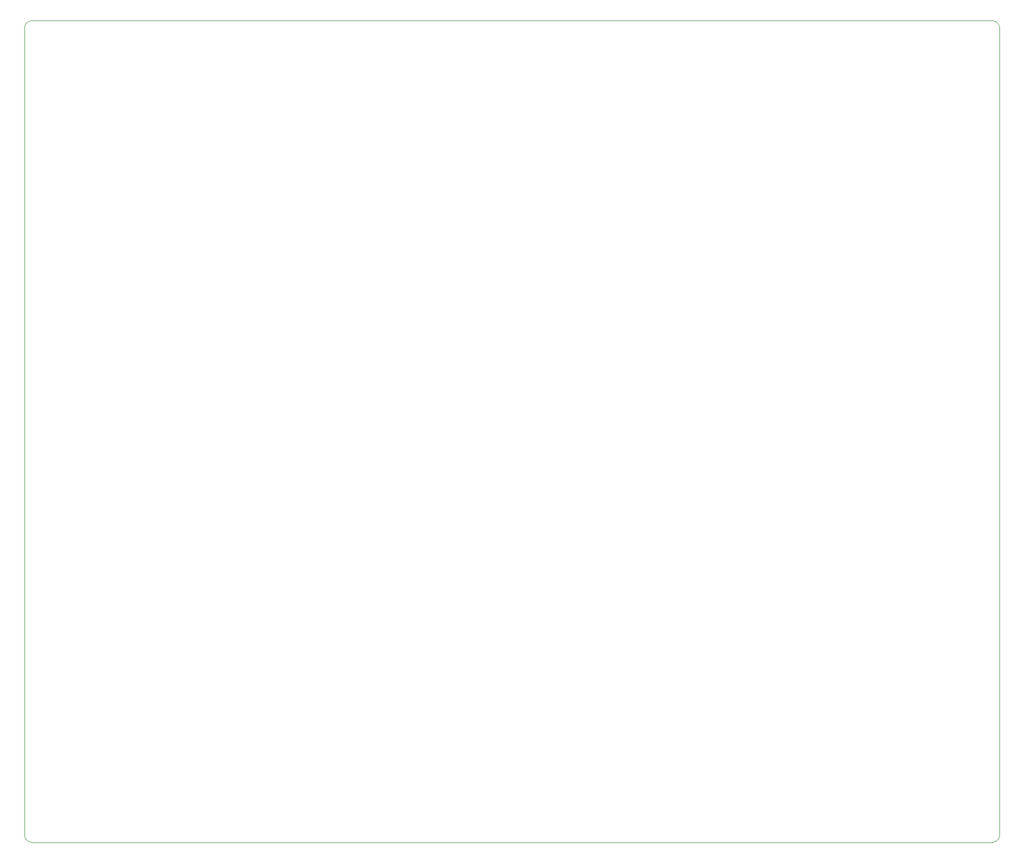
<source format=gm1>
G04*
G04 #@! TF.GenerationSoftware,Altium Limited,Altium Designer,24.10.1 (45)*
G04*
G04 Layer_Color=0*
%FSLAX25Y25*%
%MOIN*%
G70*
G04*
G04 #@! TF.SameCoordinates,253C2AE7-DEF5-4279-9A70-D321F830DA34*
G04*
G04*
G04 #@! TF.FilePolarity,Positive*
G04*
G01*
G75*
%ADD119C,0.00100*%
D119*
X80000Y49500D02*
G03*
X85000Y44500I5000J0D01*
G01*
X724500D01*
D02*
G03*
X729500Y49500I0J5000D01*
G01*
Y587000D01*
D02*
G03*
X724500Y592000I-5000J0D01*
G01*
X85000D01*
D02*
G03*
X80000Y587000I0J-5000D01*
G01*
Y49500D01*
M02*

</source>
